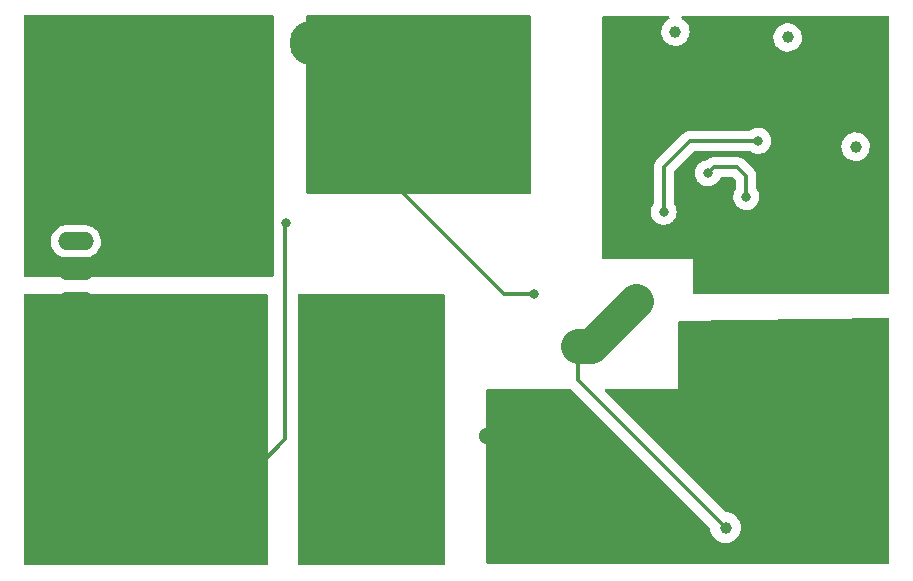
<source format=gtl>
G04 #@! TF.GenerationSoftware,KiCad,Pcbnew,(6.0.11)*
G04 #@! TF.CreationDate,2023-06-13T18:49:00+03:00*
G04 #@! TF.ProjectId,flyback_48V_48W,666c7962-6163-46b5-9f34-38565f343857,rev?*
G04 #@! TF.SameCoordinates,Original*
G04 #@! TF.FileFunction,Copper,L1,Top*
G04 #@! TF.FilePolarity,Positive*
%FSLAX46Y46*%
G04 Gerber Fmt 4.6, Leading zero omitted, Abs format (unit mm)*
G04 Created by KiCad (PCBNEW (6.0.11)) date 2023-06-13 18:49:00*
%MOMM*%
%LPD*%
G01*
G04 APERTURE LIST*
G04 Aperture macros list*
%AMRoundRect*
0 Rectangle with rounded corners*
0 $1 Rounding radius*
0 $2 $3 $4 $5 $6 $7 $8 $9 X,Y pos of 4 corners*
0 Add a 4 corners polygon primitive as box body*
4,1,4,$2,$3,$4,$5,$6,$7,$8,$9,$2,$3,0*
0 Add four circle primitives for the rounded corners*
1,1,$1+$1,$2,$3*
1,1,$1+$1,$4,$5*
1,1,$1+$1,$6,$7*
1,1,$1+$1,$8,$9*
0 Add four rect primitives between the rounded corners*
20,1,$1+$1,$2,$3,$4,$5,0*
20,1,$1+$1,$4,$5,$6,$7,0*
20,1,$1+$1,$6,$7,$8,$9,0*
20,1,$1+$1,$8,$9,$2,$3,0*%
G04 Aperture macros list end*
G04 #@! TA.AperFunction,ComponentPad*
%ADD10C,3.800000*%
G04 #@! TD*
G04 #@! TA.AperFunction,ComponentPad*
%ADD11O,3.048000X1.524000*%
G04 #@! TD*
G04 #@! TA.AperFunction,SMDPad,CuDef*
%ADD12RoundRect,0.249999X-0.450001X-1.425001X0.450001X-1.425001X0.450001X1.425001X-0.450001X1.425001X0*%
G04 #@! TD*
G04 #@! TA.AperFunction,ComponentPad*
%ADD13R,2.000000X2.000000*%
G04 #@! TD*
G04 #@! TA.AperFunction,ComponentPad*
%ADD14O,2.000000X2.000000*%
G04 #@! TD*
G04 #@! TA.AperFunction,ComponentPad*
%ADD15R,1.200000X1.200000*%
G04 #@! TD*
G04 #@! TA.AperFunction,ComponentPad*
%ADD16C,1.200000*%
G04 #@! TD*
G04 #@! TA.AperFunction,ComponentPad*
%ADD17C,1.524000*%
G04 #@! TD*
G04 #@! TA.AperFunction,ComponentPad*
%ADD18C,1.000000*%
G04 #@! TD*
G04 #@! TA.AperFunction,ViaPad*
%ADD19C,0.800000*%
G04 #@! TD*
G04 #@! TA.AperFunction,Conductor*
%ADD20C,0.300000*%
G04 #@! TD*
G04 #@! TA.AperFunction,Conductor*
%ADD21C,3.000000*%
G04 #@! TD*
G04 APERTURE END LIST*
D10*
X133500000Y-78750000D03*
D11*
X105725000Y-59300000D03*
X105725000Y-56760000D03*
X105725000Y-61840000D03*
D10*
X171500000Y-42750000D03*
D12*
X120350000Y-76600000D03*
X126450000Y-76600000D03*
D13*
X153189500Y-56710000D03*
D14*
X153189500Y-61790000D03*
D15*
X170180000Y-60500000D03*
D16*
X170180000Y-65500000D03*
D17*
X127950000Y-45330000D03*
X120330000Y-52950000D03*
X140650000Y-73270000D03*
X148270000Y-65650000D03*
D10*
X170500000Y-75750000D03*
D18*
X117400000Y-78200000D03*
D12*
X120250000Y-81300000D03*
X126350000Y-81300000D03*
D18*
X160750000Y-81000000D03*
D10*
X125750000Y-40000000D03*
D18*
X171750000Y-48750000D03*
X166000000Y-39500000D03*
X156500000Y-39000000D03*
X121200000Y-42200000D03*
D19*
X144532000Y-61214000D03*
X162500000Y-53000000D03*
X159250000Y-51000000D03*
X163500000Y-48250000D03*
X155500000Y-54250000D03*
X123500000Y-55250000D03*
D20*
X144532000Y-61214000D02*
X141986000Y-61214000D01*
X141986000Y-61214000D02*
X127950000Y-47178000D01*
X127950000Y-47178000D02*
X127950000Y-45330000D01*
X162500000Y-53000000D02*
X162500000Y-51250000D01*
X161750000Y-50500000D02*
X159750000Y-50500000D01*
X162500000Y-51250000D02*
X161750000Y-50500000D01*
X159750000Y-50500000D02*
X159250000Y-51000000D01*
X148270000Y-68520000D02*
X160750000Y-81000000D01*
X148270000Y-65650000D02*
X148270000Y-68520000D01*
D21*
X148270000Y-65650000D02*
X149329500Y-65650000D01*
X149329500Y-65650000D02*
X153189500Y-61790000D01*
D20*
X157750000Y-48250000D02*
X163500000Y-48250000D01*
X155500000Y-50500000D02*
X157750000Y-48250000D01*
X155500000Y-54250000D02*
X155500000Y-50500000D01*
X123444000Y-55306000D02*
X123444000Y-73506000D01*
X123444000Y-73506000D02*
X120350000Y-76600000D01*
X123500000Y-55250000D02*
X123444000Y-55306000D01*
G04 #@! TA.AperFunction,Conductor*
G36*
X122442121Y-37620502D02*
G01*
X122488614Y-37674158D01*
X122500000Y-37726500D01*
X122500000Y-55182174D01*
X122499215Y-55196219D01*
X122494757Y-55235963D01*
X122495273Y-55242107D01*
X122499558Y-55293137D01*
X122500000Y-55303680D01*
X122500000Y-59624000D01*
X122479998Y-59692121D01*
X122426342Y-59738614D01*
X122374000Y-59750000D01*
X101426500Y-59750000D01*
X101358379Y-59729998D01*
X101311886Y-59676342D01*
X101300500Y-59624000D01*
X101300500Y-56695585D01*
X103597092Y-56695585D01*
X103605767Y-56926647D01*
X103606862Y-56931865D01*
X103633483Y-57058738D01*
X103653249Y-57152944D01*
X103738180Y-57368006D01*
X103858134Y-57565682D01*
X104009678Y-57740322D01*
X104013809Y-57743709D01*
X104184353Y-57883548D01*
X104184359Y-57883552D01*
X104188481Y-57886932D01*
X104193117Y-57889571D01*
X104193120Y-57889573D01*
X104302497Y-57951834D01*
X104389430Y-58001319D01*
X104606779Y-58080212D01*
X104612028Y-58081161D01*
X104612031Y-58081162D01*
X104830230Y-58120619D01*
X104830238Y-58120620D01*
X104834314Y-58121357D01*
X104852098Y-58122196D01*
X104857062Y-58122430D01*
X104857069Y-58122430D01*
X104858550Y-58122500D01*
X106545056Y-58122500D01*
X106717397Y-58107877D01*
X106722561Y-58106537D01*
X106722565Y-58106536D01*
X106936043Y-58051127D01*
X106936042Y-58051127D01*
X106941206Y-58049787D01*
X107152028Y-57954819D01*
X107343834Y-57825687D01*
X107511142Y-57666084D01*
X107649165Y-57480573D01*
X107753959Y-57274459D01*
X107793314Y-57147717D01*
X107820943Y-57058738D01*
X107820944Y-57058732D01*
X107822527Y-57053635D01*
X107852908Y-56824415D01*
X107844233Y-56593353D01*
X107817588Y-56466365D01*
X107797848Y-56372283D01*
X107797847Y-56372280D01*
X107796751Y-56367056D01*
X107711820Y-56151994D01*
X107591866Y-55954318D01*
X107483565Y-55829511D01*
X107443822Y-55783711D01*
X107443820Y-55783709D01*
X107440322Y-55779678D01*
X107340702Y-55697994D01*
X107265647Y-55636452D01*
X107265641Y-55636448D01*
X107261519Y-55633068D01*
X107256883Y-55630429D01*
X107256880Y-55630427D01*
X107065213Y-55521324D01*
X107060570Y-55518681D01*
X106843221Y-55439788D01*
X106837972Y-55438839D01*
X106837969Y-55438838D01*
X106619770Y-55399381D01*
X106619762Y-55399380D01*
X106615686Y-55398643D01*
X106597902Y-55397804D01*
X106592938Y-55397570D01*
X106592931Y-55397570D01*
X106591450Y-55397500D01*
X104904944Y-55397500D01*
X104732603Y-55412123D01*
X104727439Y-55413463D01*
X104727435Y-55413464D01*
X104626015Y-55439788D01*
X104508794Y-55470213D01*
X104297972Y-55565181D01*
X104106166Y-55694313D01*
X103938858Y-55853916D01*
X103800835Y-56039427D01*
X103696041Y-56245541D01*
X103661757Y-56355953D01*
X103629057Y-56461262D01*
X103629056Y-56461268D01*
X103627473Y-56466365D01*
X103597092Y-56695585D01*
X101300500Y-56695585D01*
X101300500Y-37726500D01*
X101320502Y-37658379D01*
X101374158Y-37611886D01*
X101426500Y-37600500D01*
X122374000Y-37600500D01*
X122442121Y-37620502D01*
G37*
G04 #@! TD.AperFunction*
G04 #@! TA.AperFunction,Conductor*
G36*
X121942121Y-61270002D02*
G01*
X121988614Y-61323658D01*
X122000000Y-61376000D01*
X122000000Y-84073500D01*
X121979998Y-84141621D01*
X121926342Y-84188114D01*
X121874000Y-84199500D01*
X101426500Y-84199500D01*
X101358379Y-84179498D01*
X101311886Y-84125842D01*
X101300500Y-84073500D01*
X101300500Y-61376000D01*
X101320502Y-61307879D01*
X101374158Y-61261386D01*
X101426500Y-61250000D01*
X121874000Y-61250000D01*
X121942121Y-61270002D01*
G37*
G04 #@! TD.AperFunction*
G04 #@! TA.AperFunction,Conductor*
G36*
X174540182Y-63279596D02*
G01*
X174587396Y-63332619D01*
X174599500Y-63386505D01*
X174599500Y-83973500D01*
X174579498Y-84041621D01*
X174525842Y-84088114D01*
X174473500Y-84099500D01*
X140626000Y-84099500D01*
X140557879Y-84079498D01*
X140511386Y-84025842D01*
X140500000Y-83973500D01*
X140500000Y-69376000D01*
X140520002Y-69307879D01*
X140573658Y-69261386D01*
X140626000Y-69250000D01*
X147603600Y-69250000D01*
X147671721Y-69270002D01*
X147692695Y-69286905D01*
X159415817Y-81010027D01*
X159449843Y-81072339D01*
X159452243Y-81088139D01*
X159464365Y-81226692D01*
X159523261Y-81446496D01*
X159619432Y-81652734D01*
X159749953Y-81839139D01*
X159910861Y-82000047D01*
X160097266Y-82130568D01*
X160102244Y-82132889D01*
X160102247Y-82132891D01*
X160298522Y-82224416D01*
X160303504Y-82226739D01*
X160308812Y-82228161D01*
X160308814Y-82228162D01*
X160517993Y-82284211D01*
X160517995Y-82284211D01*
X160523308Y-82285635D01*
X160750000Y-82305468D01*
X160976692Y-82285635D01*
X160982005Y-82284211D01*
X160982007Y-82284211D01*
X161191186Y-82228162D01*
X161191188Y-82228161D01*
X161196496Y-82226739D01*
X161201478Y-82224416D01*
X161397753Y-82132891D01*
X161397756Y-82132889D01*
X161402734Y-82130568D01*
X161589139Y-82000047D01*
X161750047Y-81839139D01*
X161880568Y-81652734D01*
X161976739Y-81446496D01*
X162035635Y-81226692D01*
X162055468Y-81000000D01*
X162035635Y-80773308D01*
X161976739Y-80553504D01*
X161880568Y-80347266D01*
X161750047Y-80160861D01*
X161589139Y-79999953D01*
X161402734Y-79869432D01*
X161397756Y-79867111D01*
X161397753Y-79867109D01*
X161201478Y-79775584D01*
X161201476Y-79775583D01*
X161196496Y-79773261D01*
X161191188Y-79771839D01*
X161191186Y-79771838D01*
X160982007Y-79715789D01*
X160982005Y-79715789D01*
X160976692Y-79714365D01*
X160838140Y-79702243D01*
X160772022Y-79676379D01*
X160760027Y-79665817D01*
X150559305Y-69465095D01*
X150525279Y-69402783D01*
X150530344Y-69331968D01*
X150572891Y-69275132D01*
X150639411Y-69250321D01*
X150648400Y-69250000D01*
X156750000Y-69250000D01*
X156750000Y-63624308D01*
X156770002Y-63556187D01*
X156823658Y-63509694D01*
X156874296Y-63498320D01*
X162063303Y-63428199D01*
X174471797Y-63260517D01*
X174540182Y-63279596D01*
G37*
G04 #@! TD.AperFunction*
G04 #@! TA.AperFunction,Conductor*
G36*
X144192121Y-37620502D02*
G01*
X144238614Y-37674158D01*
X144250000Y-37726500D01*
X144250000Y-52624000D01*
X144229998Y-52692121D01*
X144176342Y-52738614D01*
X144124000Y-52750000D01*
X125376000Y-52750000D01*
X125307879Y-52729998D01*
X125261386Y-52676342D01*
X125250000Y-52624000D01*
X125250000Y-37726500D01*
X125270002Y-37658379D01*
X125323658Y-37611886D01*
X125376000Y-37600500D01*
X144124000Y-37600500D01*
X144192121Y-37620502D01*
G37*
G04 #@! TD.AperFunction*
G04 #@! TA.AperFunction,Conductor*
G36*
X136942121Y-61270002D02*
G01*
X136988614Y-61323658D01*
X137000000Y-61376000D01*
X137000000Y-84073500D01*
X136979998Y-84141621D01*
X136926342Y-84188114D01*
X136874000Y-84199500D01*
X124626000Y-84199500D01*
X124557879Y-84179498D01*
X124511386Y-84125842D01*
X124500000Y-84073500D01*
X124500000Y-61376000D01*
X124520002Y-61307879D01*
X124573658Y-61261386D01*
X124626000Y-61250000D01*
X136874000Y-61250000D01*
X136942121Y-61270002D01*
G37*
G04 #@! TD.AperFunction*
G04 #@! TA.AperFunction,Conductor*
G36*
X155946028Y-37720502D02*
G01*
X155992521Y-37774158D01*
X156002625Y-37844432D01*
X155973131Y-37909012D01*
X155942331Y-37934784D01*
X155791341Y-38024614D01*
X155625457Y-38170090D01*
X155488863Y-38343360D01*
X155386131Y-38538620D01*
X155320703Y-38749333D01*
X155294770Y-38968440D01*
X155309200Y-39188604D01*
X155310621Y-39194200D01*
X155310622Y-39194205D01*
X155362090Y-39396857D01*
X155363511Y-39402452D01*
X155365928Y-39407694D01*
X155365928Y-39407695D01*
X155404046Y-39490379D01*
X155455883Y-39602821D01*
X155583222Y-39783002D01*
X155741264Y-39936961D01*
X155746060Y-39940166D01*
X155746063Y-39940168D01*
X155828757Y-39995422D01*
X155924717Y-40059540D01*
X155930020Y-40061818D01*
X155930023Y-40061820D01*
X156036433Y-40107537D01*
X156127436Y-40146635D01*
X156207088Y-40164658D01*
X156336995Y-40194054D01*
X156337001Y-40194055D01*
X156342632Y-40195329D01*
X156348403Y-40195556D01*
X156348405Y-40195556D01*
X156416211Y-40198220D01*
X156563098Y-40203991D01*
X156678034Y-40187326D01*
X156775738Y-40173160D01*
X156775743Y-40173159D01*
X156781452Y-40172331D01*
X156786916Y-40170476D01*
X156786921Y-40170475D01*
X156984907Y-40103268D01*
X156984912Y-40103266D01*
X156990379Y-40101410D01*
X157182884Y-39993602D01*
X157299207Y-39896857D01*
X157348086Y-39856204D01*
X157352518Y-39852518D01*
X157416376Y-39775738D01*
X157489908Y-39687326D01*
X157489910Y-39687323D01*
X157493602Y-39682884D01*
X157601410Y-39490379D01*
X157603266Y-39484912D01*
X157603268Y-39484907D01*
X157608858Y-39468440D01*
X164794770Y-39468440D01*
X164809200Y-39688604D01*
X164810621Y-39694200D01*
X164810622Y-39694205D01*
X164834197Y-39787029D01*
X164863511Y-39902452D01*
X164865928Y-39907694D01*
X164865928Y-39907695D01*
X164903829Y-39989908D01*
X164955883Y-40102821D01*
X165083222Y-40283002D01*
X165241264Y-40436961D01*
X165246060Y-40440166D01*
X165246063Y-40440168D01*
X165330261Y-40496427D01*
X165424717Y-40559540D01*
X165430020Y-40561818D01*
X165430023Y-40561820D01*
X165622129Y-40644355D01*
X165627436Y-40646635D01*
X165707088Y-40664658D01*
X165836995Y-40694054D01*
X165837001Y-40694055D01*
X165842632Y-40695329D01*
X165848403Y-40695556D01*
X165848405Y-40695556D01*
X165916211Y-40698220D01*
X166063098Y-40703991D01*
X166172275Y-40688161D01*
X166275738Y-40673160D01*
X166275743Y-40673159D01*
X166281452Y-40672331D01*
X166286916Y-40670476D01*
X166286921Y-40670475D01*
X166484907Y-40603268D01*
X166484912Y-40603266D01*
X166490379Y-40601410D01*
X166682884Y-40493602D01*
X166852518Y-40352518D01*
X166914256Y-40278287D01*
X166989908Y-40187326D01*
X166989910Y-40187323D01*
X166993602Y-40182884D01*
X167101410Y-39990379D01*
X167103266Y-39984912D01*
X167103268Y-39984907D01*
X167170475Y-39786921D01*
X167170476Y-39786916D01*
X167172331Y-39781452D01*
X167173159Y-39775743D01*
X167173160Y-39775738D01*
X167192346Y-39643413D01*
X167203991Y-39563098D01*
X167205643Y-39500000D01*
X167185454Y-39280289D01*
X167159597Y-39188604D01*
X167127134Y-39073500D01*
X167125565Y-39067936D01*
X167027980Y-38870053D01*
X166895967Y-38693267D01*
X166733949Y-38543499D01*
X166547350Y-38425764D01*
X166342421Y-38344006D01*
X166336761Y-38342880D01*
X166336757Y-38342879D01*
X166131691Y-38302089D01*
X166131688Y-38302089D01*
X166126024Y-38300962D01*
X166120249Y-38300886D01*
X166120245Y-38300886D01*
X166009504Y-38299437D01*
X165905406Y-38298074D01*
X165899709Y-38299053D01*
X165899708Y-38299053D01*
X165693654Y-38334459D01*
X165693653Y-38334459D01*
X165687957Y-38335438D01*
X165480957Y-38411804D01*
X165291341Y-38524614D01*
X165125457Y-38670090D01*
X164988863Y-38843360D01*
X164886131Y-39038620D01*
X164820703Y-39249333D01*
X164794770Y-39468440D01*
X157608858Y-39468440D01*
X157670475Y-39286921D01*
X157670476Y-39286916D01*
X157672331Y-39281452D01*
X157673159Y-39275743D01*
X157673160Y-39275738D01*
X157702483Y-39073500D01*
X157703991Y-39063098D01*
X157705643Y-39000000D01*
X157685454Y-38780289D01*
X157625565Y-38567936D01*
X157527980Y-38370053D01*
X157474231Y-38298074D01*
X157399420Y-38197891D01*
X157399420Y-38197890D01*
X157395967Y-38193267D01*
X157233949Y-38043499D01*
X157148197Y-37989393D01*
X157058917Y-37933062D01*
X157011978Y-37879795D01*
X157001289Y-37809608D01*
X157030244Y-37744784D01*
X157089648Y-37705904D01*
X157126152Y-37700500D01*
X174473500Y-37700500D01*
X174541621Y-37720502D01*
X174588114Y-37774158D01*
X174599500Y-37826500D01*
X174599500Y-61124000D01*
X174579498Y-61192121D01*
X174525842Y-61238614D01*
X174473500Y-61250000D01*
X158126000Y-61250000D01*
X158057879Y-61229998D01*
X158011386Y-61176342D01*
X158000000Y-61124000D01*
X158000000Y-58250000D01*
X150376000Y-58250000D01*
X150307879Y-58229998D01*
X150261386Y-58176342D01*
X150250000Y-58124000D01*
X150250000Y-54221069D01*
X154395164Y-54221069D01*
X154408392Y-54422894D01*
X154458178Y-54618928D01*
X154542856Y-54802607D01*
X154659588Y-54967780D01*
X154804466Y-55108913D01*
X154972637Y-55221282D01*
X154977940Y-55223560D01*
X154977943Y-55223562D01*
X155066291Y-55261519D01*
X155158470Y-55301122D01*
X155355740Y-55345760D01*
X155361509Y-55345987D01*
X155361512Y-55345987D01*
X155437683Y-55348979D01*
X155557842Y-55353700D01*
X155644132Y-55341189D01*
X155752286Y-55325508D01*
X155752291Y-55325507D01*
X155758007Y-55324678D01*
X155763479Y-55322820D01*
X155763481Y-55322820D01*
X155944067Y-55261519D01*
X155944069Y-55261518D01*
X155949531Y-55259664D01*
X156126001Y-55160837D01*
X156188433Y-55108913D01*
X156277073Y-55035191D01*
X156281505Y-55031505D01*
X156410837Y-54876001D01*
X156509664Y-54699531D01*
X156574678Y-54508007D01*
X156575507Y-54502291D01*
X156575508Y-54502286D01*
X156603167Y-54311516D01*
X156603700Y-54307842D01*
X156605215Y-54250000D01*
X156586708Y-54048591D01*
X156575730Y-54009664D01*
X156548653Y-53913658D01*
X156531807Y-53853926D01*
X156442351Y-53672527D01*
X156375542Y-53583059D01*
X156350810Y-53516509D01*
X156350500Y-53507670D01*
X156350500Y-50971069D01*
X158145164Y-50971069D01*
X158158392Y-51172894D01*
X158208178Y-51368928D01*
X158292856Y-51552607D01*
X158296189Y-51557323D01*
X158364852Y-51654479D01*
X158409588Y-51717780D01*
X158554466Y-51858913D01*
X158722637Y-51971282D01*
X158727940Y-51973560D01*
X158727943Y-51973562D01*
X158816291Y-52011519D01*
X158908470Y-52051122D01*
X159105740Y-52095760D01*
X159111509Y-52095987D01*
X159111512Y-52095987D01*
X159187683Y-52098979D01*
X159307842Y-52103700D01*
X159394132Y-52091189D01*
X159502286Y-52075508D01*
X159502291Y-52075507D01*
X159508007Y-52074678D01*
X159513479Y-52072820D01*
X159513481Y-52072820D01*
X159694067Y-52011519D01*
X159694069Y-52011518D01*
X159699531Y-52009664D01*
X159876001Y-51910837D01*
X159938433Y-51858913D01*
X160027073Y-51785191D01*
X160031505Y-51781505D01*
X160160837Y-51626001D01*
X160259664Y-51449531D01*
X160264258Y-51435996D01*
X160305096Y-51377922D01*
X160370849Y-51351144D01*
X160383571Y-51350500D01*
X161345521Y-51350500D01*
X161413642Y-51370502D01*
X161434616Y-51387405D01*
X161612595Y-51565384D01*
X161646621Y-51627696D01*
X161649500Y-51654479D01*
X161649500Y-52257437D01*
X161629498Y-52325558D01*
X161622450Y-52335442D01*
X161573089Y-52398057D01*
X161478914Y-52577053D01*
X161418937Y-52770213D01*
X161395164Y-52971069D01*
X161408392Y-53172894D01*
X161458178Y-53368928D01*
X161542856Y-53552607D01*
X161546189Y-53557323D01*
X161627607Y-53672527D01*
X161659588Y-53717780D01*
X161804466Y-53858913D01*
X161972637Y-53971282D01*
X161977940Y-53973560D01*
X161977943Y-53973562D01*
X162066291Y-54011519D01*
X162158470Y-54051122D01*
X162355740Y-54095760D01*
X162361509Y-54095987D01*
X162361512Y-54095987D01*
X162437683Y-54098979D01*
X162557842Y-54103700D01*
X162644132Y-54091189D01*
X162752286Y-54075508D01*
X162752291Y-54075507D01*
X162758007Y-54074678D01*
X162763479Y-54072820D01*
X162763481Y-54072820D01*
X162944067Y-54011519D01*
X162944069Y-54011518D01*
X162949531Y-54009664D01*
X163126001Y-53910837D01*
X163188433Y-53858913D01*
X163277073Y-53785191D01*
X163281505Y-53781505D01*
X163410837Y-53626001D01*
X163509664Y-53449531D01*
X163574678Y-53258007D01*
X163575507Y-53252291D01*
X163575508Y-53252286D01*
X163603167Y-53061516D01*
X163603700Y-53057842D01*
X163605215Y-53000000D01*
X163586708Y-52798591D01*
X163531807Y-52603926D01*
X163442351Y-52422527D01*
X163375542Y-52333059D01*
X163350810Y-52266509D01*
X163350500Y-52257670D01*
X163350500Y-51291062D01*
X163350942Y-51280518D01*
X163354689Y-51235895D01*
X163355260Y-51229098D01*
X163354358Y-51222334D01*
X163344619Y-51149341D01*
X163344249Y-51146287D01*
X163336295Y-51073072D01*
X163336294Y-51073069D01*
X163335558Y-51066291D01*
X163333384Y-51059831D01*
X163332714Y-51056783D01*
X163332633Y-51056322D01*
X163332597Y-51056171D01*
X163332464Y-51055712D01*
X163331722Y-51052693D01*
X163330820Y-51045931D01*
X163328487Y-51039521D01*
X163328486Y-51039517D01*
X163303303Y-50970329D01*
X163302285Y-50967423D01*
X163278795Y-50897623D01*
X163278794Y-50897621D01*
X163276617Y-50891152D01*
X163273100Y-50885298D01*
X163271800Y-50882486D01*
X163271618Y-50882043D01*
X163271542Y-50881884D01*
X163271314Y-50881466D01*
X163269951Y-50878697D01*
X163267618Y-50872285D01*
X163263964Y-50866527D01*
X163263961Y-50866521D01*
X163224510Y-50804356D01*
X163222892Y-50801737D01*
X163184959Y-50738607D01*
X163184958Y-50738605D01*
X163181443Y-50732756D01*
X163176754Y-50727797D01*
X163174872Y-50725318D01*
X163174332Y-50724541D01*
X163171375Y-50720631D01*
X163168602Y-50716262D01*
X163164817Y-50712028D01*
X163111312Y-50658523D01*
X163108859Y-50656001D01*
X163059165Y-50603451D01*
X163059163Y-50603449D01*
X163054476Y-50598493D01*
X163048834Y-50594659D01*
X163043634Y-50590233D01*
X163043977Y-50589830D01*
X163036085Y-50583296D01*
X162380432Y-49927644D01*
X162373289Y-49919876D01*
X162344386Y-49885674D01*
X162339980Y-49880460D01*
X162276062Y-49831591D01*
X162273647Y-49829698D01*
X162268766Y-49825773D01*
X162244584Y-49806330D01*
X162216247Y-49783546D01*
X162216244Y-49783544D01*
X162210927Y-49779269D01*
X162204810Y-49776232D01*
X162202198Y-49774562D01*
X162201804Y-49774286D01*
X162201680Y-49774209D01*
X162201258Y-49773977D01*
X162198605Y-49772370D01*
X162193180Y-49768223D01*
X162120262Y-49734221D01*
X162117495Y-49732890D01*
X162051520Y-49700139D01*
X162051516Y-49700137D01*
X162045407Y-49697105D01*
X162038782Y-49695453D01*
X162035879Y-49694385D01*
X162035427Y-49694197D01*
X162035292Y-49694149D01*
X162034833Y-49694014D01*
X162031892Y-49693013D01*
X162025703Y-49690127D01*
X161993522Y-49682934D01*
X161947169Y-49672573D01*
X161944172Y-49671864D01*
X161872728Y-49654051D01*
X161872727Y-49654051D01*
X161866106Y-49652400D01*
X161859286Y-49652210D01*
X161856208Y-49651788D01*
X161855291Y-49651623D01*
X161850415Y-49650946D01*
X161845363Y-49649817D01*
X161839693Y-49649500D01*
X161764036Y-49649500D01*
X161760518Y-49649451D01*
X161758788Y-49649403D01*
X161681389Y-49647241D01*
X161674683Y-49648520D01*
X161667886Y-49649067D01*
X161667843Y-49648538D01*
X161657637Y-49649500D01*
X159791062Y-49649500D01*
X159780521Y-49649058D01*
X159729098Y-49644740D01*
X159722338Y-49645642D01*
X159722334Y-49645642D01*
X159649341Y-49655381D01*
X159646287Y-49655751D01*
X159573072Y-49663705D01*
X159573069Y-49663706D01*
X159566291Y-49664442D01*
X159559831Y-49666616D01*
X159556783Y-49667286D01*
X159556322Y-49667367D01*
X159556171Y-49667403D01*
X159555712Y-49667536D01*
X159552693Y-49668278D01*
X159545931Y-49669180D01*
X159539521Y-49671513D01*
X159539517Y-49671514D01*
X159470329Y-49696697D01*
X159467423Y-49697715D01*
X159397623Y-49721205D01*
X159397621Y-49721206D01*
X159391152Y-49723383D01*
X159385298Y-49726900D01*
X159382486Y-49728200D01*
X159382043Y-49728382D01*
X159381884Y-49728458D01*
X159381466Y-49728686D01*
X159378697Y-49730049D01*
X159372285Y-49732382D01*
X159366527Y-49736036D01*
X159366521Y-49736039D01*
X159304356Y-49775490D01*
X159301737Y-49777108D01*
X159238607Y-49815041D01*
X159238605Y-49815042D01*
X159232756Y-49818557D01*
X159227797Y-49823246D01*
X159225318Y-49825128D01*
X159224541Y-49825668D01*
X159220628Y-49828627D01*
X159216262Y-49831398D01*
X159212028Y-49835183D01*
X159210766Y-49836445D01*
X159174367Y-49872845D01*
X159106609Y-49907931D01*
X158963949Y-49932444D01*
X158774193Y-50002449D01*
X158769232Y-50005401D01*
X158769231Y-50005401D01*
X158697091Y-50048320D01*
X158600371Y-50105862D01*
X158448305Y-50239220D01*
X158323089Y-50398057D01*
X158228914Y-50577053D01*
X158168937Y-50770213D01*
X158145164Y-50971069D01*
X156350500Y-50971069D01*
X156350500Y-50904479D01*
X156370502Y-50836358D01*
X156387405Y-50815384D01*
X158065384Y-49137405D01*
X158127696Y-49103379D01*
X158154479Y-49100500D01*
X162753653Y-49100500D01*
X162823656Y-49121735D01*
X162972637Y-49221282D01*
X162977940Y-49223560D01*
X162977943Y-49223562D01*
X163066291Y-49261519D01*
X163158470Y-49301122D01*
X163355740Y-49345760D01*
X163361509Y-49345987D01*
X163361512Y-49345987D01*
X163437683Y-49348979D01*
X163557842Y-49353700D01*
X163644132Y-49341189D01*
X163752286Y-49325508D01*
X163752291Y-49325507D01*
X163758007Y-49324678D01*
X163763479Y-49322820D01*
X163763481Y-49322820D01*
X163944067Y-49261519D01*
X163944069Y-49261518D01*
X163949531Y-49259664D01*
X164126001Y-49160837D01*
X164188433Y-49108913D01*
X164277073Y-49035191D01*
X164281505Y-49031505D01*
X164410837Y-48876001D01*
X164499075Y-48718440D01*
X170544770Y-48718440D01*
X170559200Y-48938604D01*
X170560621Y-48944200D01*
X170560622Y-48944205D01*
X170612090Y-49146857D01*
X170613511Y-49152452D01*
X170615928Y-49157694D01*
X170615928Y-49157695D01*
X170654046Y-49240379D01*
X170705883Y-49352821D01*
X170833222Y-49533002D01*
X170991264Y-49686961D01*
X170996060Y-49690166D01*
X170996063Y-49690168D01*
X171122424Y-49774599D01*
X171174717Y-49809540D01*
X171180020Y-49811818D01*
X171180023Y-49811820D01*
X171361853Y-49889940D01*
X171377436Y-49896635D01*
X171436589Y-49910020D01*
X171586995Y-49944054D01*
X171587001Y-49944055D01*
X171592632Y-49945329D01*
X171598403Y-49945556D01*
X171598405Y-49945556D01*
X171666211Y-49948220D01*
X171813098Y-49953991D01*
X171922275Y-49938161D01*
X172025738Y-49923160D01*
X172025743Y-49923159D01*
X172031452Y-49922331D01*
X172036916Y-49920476D01*
X172036921Y-49920475D01*
X172234907Y-49853268D01*
X172234912Y-49853266D01*
X172240379Y-49851410D01*
X172269355Y-49835183D01*
X172369196Y-49779269D01*
X172432884Y-49743602D01*
X172441978Y-49736039D01*
X172598086Y-49606204D01*
X172602518Y-49602518D01*
X172743602Y-49432884D01*
X172851410Y-49240379D01*
X172853266Y-49234912D01*
X172853268Y-49234907D01*
X172920475Y-49036921D01*
X172920476Y-49036916D01*
X172922331Y-49031452D01*
X172923159Y-49025743D01*
X172923160Y-49025738D01*
X172953458Y-48816772D01*
X172953991Y-48813098D01*
X172955643Y-48750000D01*
X172935454Y-48530289D01*
X172927557Y-48502286D01*
X172877134Y-48323500D01*
X172875565Y-48317936D01*
X172777980Y-48120053D01*
X172645967Y-47943267D01*
X172483949Y-47793499D01*
X172297350Y-47675764D01*
X172092421Y-47594006D01*
X172086761Y-47592880D01*
X172086757Y-47592879D01*
X171881691Y-47552089D01*
X171881688Y-47552089D01*
X171876024Y-47550962D01*
X171870249Y-47550886D01*
X171870245Y-47550886D01*
X171759504Y-47549437D01*
X171655406Y-47548074D01*
X171649709Y-47549053D01*
X171649708Y-47549053D01*
X171443654Y-47584459D01*
X171443653Y-47584459D01*
X171437957Y-47585438D01*
X171230957Y-47661804D01*
X171225996Y-47664756D01*
X171225995Y-47664756D01*
X171157518Y-47705496D01*
X171041341Y-47774614D01*
X170875457Y-47920090D01*
X170738863Y-48093360D01*
X170636131Y-48288620D01*
X170570703Y-48499333D01*
X170544770Y-48718440D01*
X164499075Y-48718440D01*
X164509664Y-48699531D01*
X164574678Y-48508007D01*
X164575507Y-48502291D01*
X164575508Y-48502286D01*
X164592809Y-48382956D01*
X164603700Y-48307842D01*
X164605215Y-48250000D01*
X164586708Y-48048591D01*
X164531807Y-47853926D01*
X164458869Y-47706022D01*
X164444906Y-47677708D01*
X164442351Y-47672527D01*
X164378071Y-47586445D01*
X164324788Y-47515091D01*
X164324787Y-47515090D01*
X164321335Y-47510467D01*
X164287068Y-47478791D01*
X164177053Y-47377094D01*
X164177051Y-47377092D01*
X164172812Y-47373174D01*
X164145374Y-47355862D01*
X164006637Y-47268325D01*
X164001757Y-47265246D01*
X163813898Y-47190298D01*
X163615526Y-47150839D01*
X163609752Y-47150763D01*
X163609748Y-47150763D01*
X163507257Y-47149422D01*
X163413286Y-47148192D01*
X163407589Y-47149171D01*
X163407588Y-47149171D01*
X163219646Y-47181465D01*
X163219645Y-47181465D01*
X163213949Y-47182444D01*
X163024193Y-47252449D01*
X162850371Y-47355862D01*
X162836265Y-47368232D01*
X162771864Y-47398108D01*
X162753189Y-47399500D01*
X157791062Y-47399500D01*
X157780521Y-47399058D01*
X157729098Y-47394740D01*
X157722338Y-47395642D01*
X157722334Y-47395642D01*
X157649341Y-47405381D01*
X157646287Y-47405751D01*
X157573072Y-47413705D01*
X157573069Y-47413706D01*
X157566291Y-47414442D01*
X157559831Y-47416616D01*
X157556783Y-47417286D01*
X157556322Y-47417367D01*
X157556171Y-47417403D01*
X157555712Y-47417536D01*
X157552693Y-47418278D01*
X157545931Y-47419180D01*
X157539521Y-47421513D01*
X157539517Y-47421514D01*
X157470329Y-47446697D01*
X157467423Y-47447715D01*
X157397623Y-47471205D01*
X157397621Y-47471206D01*
X157391152Y-47473383D01*
X157385298Y-47476900D01*
X157382486Y-47478200D01*
X157382043Y-47478382D01*
X157381884Y-47478458D01*
X157381466Y-47478686D01*
X157378697Y-47480049D01*
X157372285Y-47482382D01*
X157366527Y-47486036D01*
X157366521Y-47486039D01*
X157304356Y-47525490D01*
X157301737Y-47527108D01*
X157238607Y-47565041D01*
X157238605Y-47565042D01*
X157232756Y-47568557D01*
X157227797Y-47573246D01*
X157225318Y-47575128D01*
X157224546Y-47575665D01*
X157220636Y-47578622D01*
X157216262Y-47581398D01*
X157212029Y-47585183D01*
X157158540Y-47638672D01*
X157156018Y-47641125D01*
X157117333Y-47677708D01*
X157098493Y-47695524D01*
X157094659Y-47701165D01*
X157090233Y-47706366D01*
X157089828Y-47706022D01*
X157083291Y-47713921D01*
X154927650Y-49869562D01*
X154919883Y-49876705D01*
X154880460Y-49910020D01*
X154876313Y-49915444D01*
X154876312Y-49915445D01*
X154831598Y-49973929D01*
X154829705Y-49976345D01*
X154779269Y-50039073D01*
X154776232Y-50045190D01*
X154774562Y-50047802D01*
X154774286Y-50048196D01*
X154774209Y-50048320D01*
X154773977Y-50048742D01*
X154772370Y-50051395D01*
X154768223Y-50056820D01*
X154765338Y-50063008D01*
X154734225Y-50129730D01*
X154732890Y-50132505D01*
X154700139Y-50198480D01*
X154700137Y-50198484D01*
X154697105Y-50204593D01*
X154695453Y-50211218D01*
X154694385Y-50214121D01*
X154694197Y-50214573D01*
X154694149Y-50214708D01*
X154694014Y-50215167D01*
X154693013Y-50218108D01*
X154690127Y-50224297D01*
X154686791Y-50239220D01*
X154672573Y-50302831D01*
X154671864Y-50305828D01*
X154654051Y-50377272D01*
X154652400Y-50383894D01*
X154652210Y-50390714D01*
X154651788Y-50393792D01*
X154651623Y-50394709D01*
X154650946Y-50399585D01*
X154649817Y-50404637D01*
X154649500Y-50410307D01*
X154649500Y-50485964D01*
X154649451Y-50489482D01*
X154647241Y-50568611D01*
X154648520Y-50575317D01*
X154649067Y-50582114D01*
X154648538Y-50582157D01*
X154649500Y-50592363D01*
X154649500Y-53507437D01*
X154629498Y-53575558D01*
X154622450Y-53585442D01*
X154573089Y-53648057D01*
X154478914Y-53827053D01*
X154468842Y-53859490D01*
X154421637Y-54011519D01*
X154418937Y-54020213D01*
X154395164Y-54221069D01*
X150250000Y-54221069D01*
X150250000Y-37826500D01*
X150270002Y-37758379D01*
X150323658Y-37711886D01*
X150376000Y-37700500D01*
X155877907Y-37700500D01*
X155946028Y-37720502D01*
G37*
G04 #@! TD.AperFunction*
M02*

</source>
